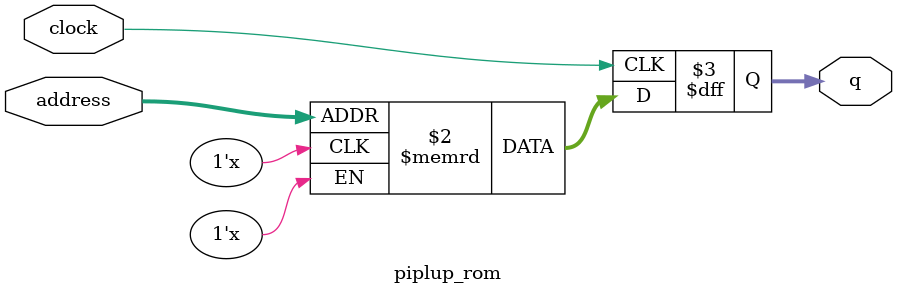
<source format=sv>
module piplup_rom (
	input logic clock,
	input logic [8:0] address,
	output logic [7:0] q
);

logic [7:0] memory [0:399] /* synthesis ram_init_file = "./piplup/piplup.mif" */;

always_ff @ (posedge clock) begin
	q <= memory[address];
end

endmodule

</source>
